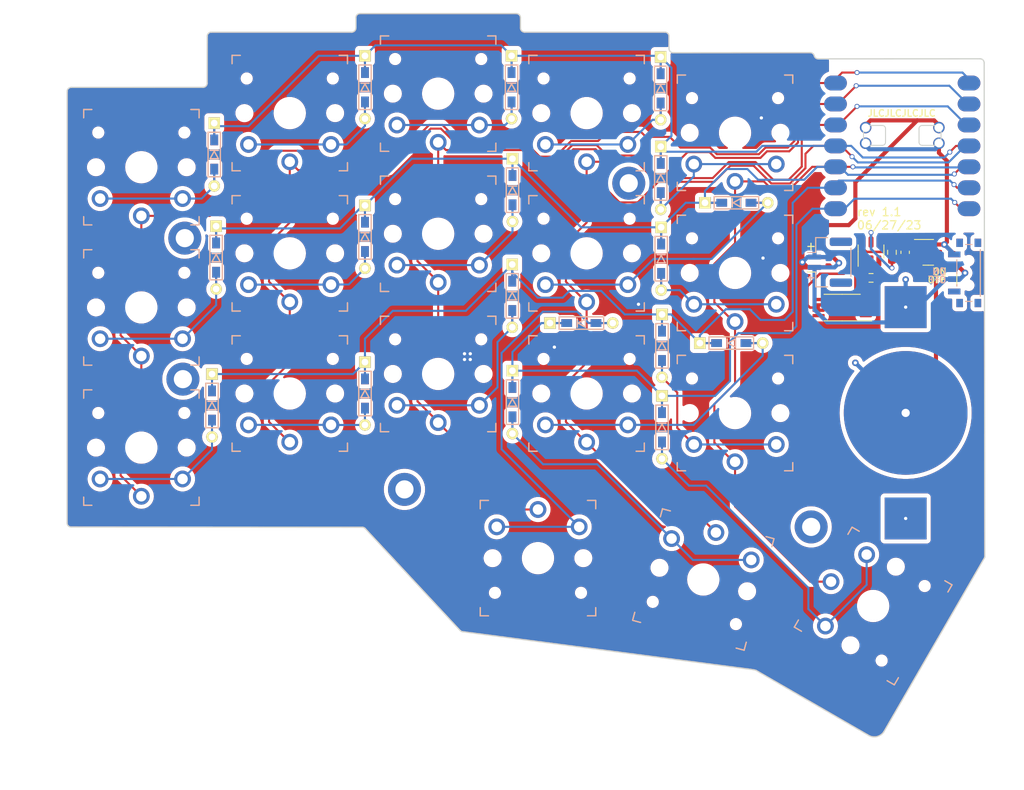
<source format=kicad_pcb>
(kicad_pcb (version 20221018) (generator pcbnew)
  (title_block (title "corne-xiao") (date "2023-06-12") (rev "1.0"))
  (layers (0 "F.Cu" signal) (31 "B.Cu" signal) (34 "B.Paste" user) (35 "F.Paste" user) (36 "B.SilkS" user "B.Silkscreen") (37 "F.SilkS" user "F.Silkscreen") (38 "B.Mask" user) (39 "F.Mask" user) (44 "Edge.Cuts" user))
  (net 0 "")
  (net 1 "row0")
  (net 2 "row1")
  (net 3 "Net-(Q1-D)")
  (net 4 "row2")
  (net 5 "row3")
  (net 6 "BAT+")
  (net 7 "Net-(D2-A)")
  (net 8 "Net-(D3-A)")
  (net 9 "Net-(D4-A)")
  (net 10 "Net-(D5-A)")
  (net 11 "Net-(D6-A)")
  (net 12 "Net-(D8-A)")
  (net 13 "Net-(D9-A)")
  (net 14 "Net-(D10-A)")
  (net 15 "Net-(D11-A)")
  (net 16 "Net-(D12-A)")
  (net 17 "Net-(D14-A)")
  (net 18 "Net-(D15-A)")
  (net 19 "Net-(D16-A)")
  (net 20 "Net-(D17-A)")
  (net 21 "Net-(D18-A)")
  (net 22 "GND")
  (net 23 "Net-(D19-A)")
  (net 24 "Net-(D20-A)")
  (net 25 "col1")
  (net 26 "col2")
  (net 27 "col3")
  (net 28 "col4")
  (net 29 "col5")
  (net 30 "Net-(D21-A)")
  (net 31 "BAT-")
  (net 32 "Net-(U2-VCC)")
  (net 33 "Net-(U2-CS)")
  (net 34 "Net-(U2-OD)")
  (net 35 "Net-(U2-OC)")
  (net 39 "Net-(J1-Pin_2)")
  (footprint "kbd:D3_TH_SMD" (layer "F.Cu") (at 94.75 64.04 -90)
    (fp_text reference "D2" hide)
    (fp_text value "D" hide)
  )
  (footprint "kbd:D3_TH_SMD" (layer "F.Cu") (at 113.03 55.88 -90)
    (fp_text reference "D3" hide)
    (fp_text value "D" hide)
  )
  (footprint "kbd:D3_TH_SMD" (layer "F.Cu") (at 130.81 55.88 -90)
    (fp_text reference "D4" hide)
    (fp_text value "D" hide)
  )
  (footprint "kbd:D3_TH_SMD" (layer "F.Cu") (at 148.89 56.02 -90)
    (fp_text reference "D5" hide)
    (fp_text value "D" hide)
  )
  (footprint "kbd:D3_TH_SMD" (layer "F.Cu") (at 148.9 66.89 -90)
    (fp_text reference "D6" hide)
    (fp_text value "D" hide)
  )
  (footprint "kbd:D3_TH_SMD" (layer "F.Cu") (at 94.98 76.54 -90)
    (fp_text reference "D8" hide)
    (fp_text value "D" hide)
  )
  (footprint "kbd:D3_TH_SMD" (layer "F.Cu") (at 113.03 74.025 -90)
    (fp_text reference "D9" hide)
    (fp_text value "D" hide)
  )
  (footprint "kbd:D3_TH_SMD" (layer "F.Cu") (at 130.92 68.36 -90)
    (fp_text reference "D10" hide)
    (fp_text value "D" hide)
  )
  (footprint "kbd:D3_TH_SMD" (layer "F.Cu") (at 158.07 69.89)
    (fp_text reference "D11" hide)
    (fp_text value "D" hide)
  )
  (footprint "kbd:D3_TH_SMD" (layer "F.Cu") (at 148.95 76.675 -90)
    (fp_text reference "D12" hide)
    (fp_text value "D" hide)
  )
  (footprint "kbd:D3_TH_SMD" (layer "F.Cu") (at 94.48 94.475 -90)
    (fp_text reference "D14" hide)
    (fp_text value "D" hide)
  )
  (footprint "kbd:D3_TH_SMD" (layer "F.Cu") (at 113.03 93.025 -90)
    (fp_text reference "D15" hide)
    (fp_text value "D" hide)
  )
  (footprint "kbd:D3_TH_SMD" (layer "F.Cu") (at 130.89 81.18 -90)
    (fp_text reference "D16" hide)
    (fp_text value "D" hide)
  )
  (footprint "kbd:D3_TH_SMD" (layer "F.Cu") (at 157.45 86.91)
    (fp_text reference "D17" hide)
    (fp_text value "D" hide)
  )
  (footprint "kbd:D3_TH_SMD" (layer "F.Cu") (at 149.05 87.24 -90)
    (fp_text reference "D18" hide)
    (fp_text value "D" hide)
  )
  (footprint "kbd:D3_TH_SMD" (layer "F.Cu") (at 139.27 84.48)
    (fp_text reference "D19" hide)
    (fp_text value "D" hide)
  )
  (footprint "kbd:D3_TH_SMD" (layer "F.Cu") (at 130.91 94.07 -90)
    (fp_text reference "D20" hide)
    (fp_text value "D" hide)
  )
  (footprint "kbd:D3_TH_SMD" (layer "F.Cu") (at 149.05 97.12 -90)
    (fp_text reference "D21" hide)
    (fp_text value "D" hide)
  )
  (footprint "chocs:SW_PG1350_reversible_b2" (layer "F.Cu") (at 85.91 65.58)
    (fp_text reference "SW2" hide)
    (fp_text value "SW_PUSH" hide)
  )
  (footprint "chocs:SW_PG1350_reversible_b2" (layer "F.Cu") (at 103.91 59.02)
    (fp_text reference "SW3" hide)
    (fp_text value "SW_PUSH" hide)
  )
  (footprint "chocs:SW_PG1350_reversible_b2" (layer "F.Cu") (at 121.91 56.66)
    (fp_text reference "SW4" hide)
    (fp_text value "SW_PUSH" hide)
  )
  (footprint "chocs:SW_PG1350_reversible_b2" (layer "F.Cu") (at 139.91 59.02)
    (fp_text reference "SW5" hide)
    (fp_text value "SW_PUSH" hide)
  )
  (footprint "chocs:SW_PG1350_reversible_b2" (layer "F.Cu") (at 157.91 61.4)
    (fp_text reference "SW6" hide)
    (fp_text value "SW_PUSH" hide)
  )
  (footprint "chocs:SW_PG1350_reversible_b2" (layer "F.Cu") (at 85.91 82.58)
    (fp_text reference "SW8" hide)
    (fp_text value "SW_PUSH" hide)
  )
  (footprint "chocs:SW_PG1350_reversible_b2" (layer "F.Cu") (at 103.91 76.02)
    (fp_text reference "SW9" hide)
    (fp_text value "SW_PUSH" hide)
  )
  (footprint "chocs:SW_PG1350_reversible_b2" (layer "F.Cu") (at 121.91 73.65)
    (fp_text reference "SW10" hide)
    (fp_text value "SW_PUSH" hide)
  )
  (footprint "chocs:SW_PG1350_reversible_b2" (layer "F.Cu") (at 139.91 76.02)
    (fp_text reference "SW11" hide)
    (fp_text value "SW_PUSH" hide)
  )
  (footprint "chocs:SW_PG1350_reversible_b2" (layer "F.Cu") (at 157.91 78.4)
    (fp_text reference "SW12" hide)
    (fp_text value "SW_PUSH" hide)
  )
  (footprint "chocs:SW_PG1350_reversible_b2" (layer "F.Cu") (at 85.91 99.585)
    (fp_text reference "SW14" hide)
    (fp_text value "SW_PUSH" hide)
  )
  (footprint "chocs:SW_PG1350_reversible_b2" (layer "F.Cu") (at 103.91 93.025)
    (fp_text reference "SW15" hide)
    (fp_text value "SW_PUSH" hide)
  )
  (footprint "chocs:SW_PG1350_reversible_b2" (layer "F.Cu") (at 121.91 90.65)
    (fp_text reference "SW16" hide)
    (fp_text value "SW_PUSH" hide)
  )
  (footprint "chocs:SW_PG1350_reversible_b2" (layer "F.Cu") (at 139.91 93.025)
    (fp_text reference "SW17" hide)
    (fp_text value "SW_PUSH" hide)
  )
  (footprint "chocs:SW_PG1350_reversible_b2" (layer "F.Cu") (at 157.91 95.4)
    (fp_text reference "SW18" hide)
    (fp_text value "SW_PUSH" hide)
  )
  (footprint "chocs:SW_PG1350_reversible_b2" (layer "F.Cu") (at 134.01 112.99 180)
    (fp_text reference "SW19" hide)
    (fp_text value "SW_PUSH" hide)
  )
  (footprint "chocs:SW_PG1350_reversible_b2" (layer "F.Cu") (at 154.06 115.58 165)
    (fp_text reference "SW20" hide)
    (fp_text value "SW_PUSH" hide)
  )
  (footprint "Kailh:SW_PG1350_15_reversible_b2" (layer "F.Cu") (at 174.66 118.79 -120)
    (fp_text reference "SW21" hide)
    (fp_text value "SW_PUSH" hide)
  )
  (footprint "Package_TO_SOT_SMD:SOT-23" (layer "F.Cu") (at 181.3375 75.9)
    (fp_text reference "Q1" hide)
    (fp_text value "SI2302")
  )
  (footprint "Connector_JST:JST_GH_SM02B-GHS-TB_1x02-1MP_P1.25mm_Horizontal" (layer "F.Cu") (at 169.4 77.1 90)
    (fp_text reference "J1" hide)
    (fp_text value "LiPo")
  )
  (footprint "Button_Switch_SMD:SW_SPDT_PCM12" (layer "F.Cu") (at 185.925 78.4 90)
    (fp_text reference "SW22" hide)
    (fp_text value "SW_SPDT")
  )
  (footprint "" (layer "F.Cu") (at 117.82 104.65)
    (fp_text reference "")
    (fp_text value "")
  )
  (footprint "Package_SO:TSSOP-8_4.4x3mm_P0.65mm" (layer "F.Cu") (at 170.9 82.6 180)
    (fp_text reference "U3" hide)
    (fp_text value "FS8205A")
  )
  (footprint "kbd:LEGO_HOLE" (layer "F.Cu") (at 90.95 91.28)
    (fp_text reference "h2" hide)
    (fp_text value "h2")
  )
  (footprint "" (layer "F.Cu") (at 167.14 109.2)
    (fp_text reference "")
    (fp_text value "")
  )
  (footprint "corne-choc-xiao:xiao-ble-tht-cutout" (layer "F.Cu") (at 187.08 62.992)
    (fp_text reference "U1" hide)
    (fp_text value "xiao-ble" hide)
    (fp_line (start -13.589 -0.7488) (end -13.589 -1.7902) (stroke (width 0.12)) (layer "Edge.Cuts"))
    (fp_line (start -12.9032 -2.476) (end -11.303 -2.476) (stroke (width 0.12)) (layer "Edge.Cuts"))
    (fp_line (start -11.303 -0.063) (end -12.9032 -0.063) (stroke (width 0.12)) (layer "Edge.Cuts"))
    (fp_line (start -10.922 -2.095) (end -10.922 -0.444) (stroke (width 0.12)) (layer "Edge.Cuts"))
    (fp_line (start -6.858 -2.095) (end -6.858 -0.444) (stroke (width 0.12)) (layer "Edge.Cuts"))
    (fp_line (start -6.477 -0.063) (end -4.8768 -0.063) (stroke (width 0.12)) (layer "Edge.Cuts"))
    (fp_line (start -4.8768 -2.476) (end -6.477 -2.476) (stroke (width 0.12)) (layer "Edge.Cuts"))
    (fp_line (start -4.191 -0.7488) (end -4.191 -1.7902) (stroke (width 0.12)) (layer "Edge.Cuts"))
    (fp_arc (start -13.589 -0.7488) (mid -12.985391 -0.666609) (end -12.9032 -0.063) (stroke (width 0.12)) (layer "Edge.Cuts"))
    (fp_arc (start -12.9032 -2.476) (mid -12.985391 -1.872391) (end -13.589 -1.7902) (stroke (width 0.12)) (layer "Edge.Cuts"))
    (fp_arc (start -11.303 -2.476) (mid -11.033592 -2.364408) (end -10.922 -2.095) (stroke (width 0.12)) (layer "Edge.Cuts"))
    (fp_arc (start -10.922 -0.444) (mid -11.033592 -0.174592) (end -11.303 -0.063) (stroke (width 0.12)) (layer "Edge.Cuts"))
    (fp_arc (start -6.858 -2.095) (mid -6.746408 -2.364408) (end -6.477 -2.476) (stroke (width 0.12)) (layer "Edge.Cuts"))
    (fp_arc (start -6.477 -0.063) (mid -6.746408 -0.174592) (end -6.858 -0.444) (stroke (width 0.12)) (layer "Edge.Cuts"))
    (fp_arc (start -4.8768 -0.063) (mid -4.794609 -0.666609) (end -4.191 -0.7488) (stroke (width 0.12)) (layer "Edge.Cuts"))
    (fp_arc (start -4.191 -1.7902) (mid -4.794609 -1.872391) (end -4.8768 -2.476) (stroke (width 0.12)) (layer "Edge.Cuts"))
  )
  (footprint "Capacitor_SMD:C_0603_1608Metric_Pad1.08x0.95mm_HandSolder" (layer "F.Cu") (at 178.5375 75.9 90)
    (fp_text reference "C1" hide)
    (fp_text value "100n")
  )
  (footprint "kbd:LEGO_HOLE" (layer "F.Cu") (at 145.02 67.52)
    (fp_text reference "h2" hide)
    (fp_text value "h2")
  )
  (footprint "Resistor_SMD:R_0603_1608Metric_Pad0.98x0.95mm_HandSolder" (layer "F.Cu") (at 174.4 79)
    (fp_text reference "R2" hide)
    (fp_text value "2.7k")
  )
  (footprint "Package_TO_SOT_SMD:SOT-23-6" (layer "F.Cu") (at 174.4 75.8 90)
    (fp_text reference "U2" hide)
    (fp_text value "DW01")
  )
  (footprint "kbd:LEGO_HOLE" (layer "F.Cu") (at 91.18 74.18)
    (fp_text reference "h2" hide)
    (fp_text value "h2")
  )
  (footprint "3002:BAT_3002" (layer "F.Cu") (at 178.6 95.375 90)
    (fp_text reference "BT1" hide)
    (fp_text value "LIR2032")
  )
  (footprint "Resistor_SMD:R_0603_1608Metric_Pad0.98x0.95mm_HandSolder" (layer "F.Cu") (at 176.9375 75.9 90)
    (fp_text reference "R1" hide)
    (fp_text value "330R")
  )
  (gr_line (start 187.62 52.43) (end 167.999902 52.44002) (stroke (width 0.15)) (layer "Edge.Cuts"))
  (gr_line (start 93.39 55.89) (end 77.41 55.89402) (stroke (width 0.15)) (layer "Edge.Cuts"))
  (gr_arc (start 112.7 109.24) (mid 112.878081 109.272788) (end 113.032807 109.366852) (stroke (width 0.15)) (layer "Edge.Cuts"))
  (gr_arc (start 124.845863 121.904977) (mid 124.696919 121.853443) (end 124.57 121.76) (stroke (width 0.15)) (layer "Edge.Cuts"))
  (gr_line (start 113.032807 109.366852) (end 124.57 121.76) (stroke (width 0.15)) (layer "Edge.Cuts"))
  (gr_arc (start 175.95 134.05) (mid 175.064806 134.640152) (end 174.021988 134.429491) (stroke (width 0.15)) (layer "Edge.Cuts"))
  (gr_arc (start 159.810076 126.474364) (mid 160.140472 126.523169) (end 160.46452 126.60402) (stroke (width 0.15)) (layer "Edge.Cuts"))
  (gr_line (start 175.95 134.05) (end 188.2 112.87) (stroke (width 0.15)) (layer "Edge.Cuts"))
  (gr_line (start 160.46452 126.60402) (end 174.021988 134.429491) (stroke (width 0.15)) (layer "Edge.Cuts"))
  (gr_line (start 124.845863 121.904977) (end 159.810076 126.474364) (stroke (width 0.15)) (layer "Edge.Cuts"))
  (gr_line (start 112.7 109.24) (end 77.4 109.21402) (stroke (width 0.15)) (layer "Edge.Cuts"))
  (gr_arc (start 167.03 51.68) (mid 167.346236 51.792708) (end 167.519902 52.08002) (stroke (width 0.15)) (layer "Edge.Cuts"))
  (gr_arc (start 167.999902 52.44002) (mid 167.699902 52.34002) (end 167.519902 52.08002) (stroke (width 0.15)) (layer "Edge.Cuts"))
  (gr_line (start 167.03 51.68) (end 150.39952 51.69402) (stroke (width 0.15)) (layer "Edge.Cuts"))
  (gr_arc (start 93.89 55.39) (mid 93.743553 55.743553) (end 93.39 55.89) (stroke (width 0.15)) (layer "Edge.Cuts"))
  (gr_arc (start 93.89952 49.69402) (mid 94.045967 49.340467) (end 94.39952 49.19402) (stroke (width 0.15)) (layer "Edge.Cuts"))
  (gr_line (start 131.38952 46.94402) (end 112.42952 46.94402) (stroke (width 0.15)) (layer "Edge.Cuts"))
  (gr_line (start 131.88952 48.69402) (end 131.88952 47.44402) (stroke (width 0.15)) (layer "Edge.Cuts"))
  (gr_line (start 149.39952 49.19402) (end 132.38952 49.19402) (stroke (width 0.15)) (layer "Edge.Cuts"))
  (gr_line (start 149.89952 51.19402) (end 149.89952 49.69402) (stroke (width 0.15)) (layer "Edge.Cuts"))
  (gr_line (start 93.89952 49.69402) (end 93.89 55.39) (stroke (width 0.15)) (layer "Edge.Cuts"))
  (gr_line (start 111.42952 49.19402) (end 94.39952 49.19402) (stroke (width 0.15)) (layer "Edge.Cuts"))
  (gr_line (start 111.92952 47.44402) (end 111.92952 48.69402) (stroke (width 0.15)) (layer "Edge.Cuts"))
  (gr_arc (start 111.92952 48.69402) (mid 111.783073 49.047573) (end 111.42952 49.19402) (stroke (width 0.15)) (layer "Edge.Cuts"))
  (gr_arc (start 111.92952 47.44402) (mid 112.075967 47.090467) (end 112.42952 46.94402) (stroke (width 0.15)) (layer "Edge.Cuts"))
  (gr_arc (start 131.38952 46.94402) (mid 131.743073 47.090467) (end 131.88952 47.44402) (stroke (width 0.15)) (layer "Edge.Cuts"))
  (gr_arc (start 132.38952 49.19402) (mid 132.035967 49.047573) (end 131.88952 48.69402) (stroke (width 0.15)) (layer "Edge.Cuts"))
  (gr_arc (start 149.39952 49.19402) (mid 149.753073 49.340467) (end 149.89952 49.69402) (stroke (width 0.15)) (layer "Edge.Cuts"))
  (gr_arc (start 150.39952 51.69402) (mid 150.045967 51.547573) (end 149.89952 51.19402) (stroke (width 0.15)) (layer "Edge.Cuts"))
  (gr_arc (start 187.62 52.43) (mid 187.973553 52.576447) (end 188.12 52.93) (stroke (width 0.15)) (layer "Edge.Cuts"))
  (gr_arc (start 76.91 56.39402) (mid 77.056447 56.040467) (end 77.41 55.89402) (stroke (width 0.15)) (layer "Edge.Cuts"))
  (gr_arc (start 77.4 109.21402) (mid 77.046447 109.067573) (end 76.9 108.71402) (stroke (width 0.15)) (layer "Edge.Cuts"))
  (gr_line (start 188.12 52.93) (end 188.2 112.87) (stroke (width 0.15)) (layer "Edge.Cuts"))
  (gr_line (start 76.91 56.39402) (end 76.9 108.71402) (stroke (width 0.15)) (layer "Edge.Cuts"))
  (gr_text "ON" (at 183.6 78.7) (layer "B.SilkS") (effects (font (size 0.8 0.8)) (justify left bottom mirror)))
  (gr_text "+" (at 167.8 79.5) (layer "B.SilkS") (effects (font (size 1 1)) (justify left bottom mirror)))
  (gr_text "OFF" (at 183.6 79.7) (layer "B.SilkS") (effects (font (size 0.8 0.8)) (justify left bottom mirror)))
  (gr_text "OFF" (at 181.2 79.7) (layer "F.SilkS") (effects (font (size 0.8 0.8)) (justify left bottom)))
  (gr_text "+" (at 166.4 75.7) (layer "F.SilkS") (effects (font (size 1 1)) (justify left bottom)))
  (gr_text "rev 1.1\n06/27/23\n" (at 172.6 73.2) (layer "F.SilkS") (effects (font (size 1 1)) (justify left bottom)))
  (gr_text "ON" (at 181.8 78.7) (layer "F.SilkS") (effects (font (size 0.8 0.8)) (justify left bottom)))
  (gr_text "JLCJLCJLCJLC" (at 173.9 59.5) (layer "F.SilkS") (effects (font (size 0.8 0.8)) (justify left bottom)))
  (segment (start 148.9 63.08) (end 148.9 65.115) (width 0.25) (layer "F.Cu") (net 1))
  (segment (start 94.75 62.265) (end 94.75 60.23) (width 0.25) (layer "F.Cu") (net 1))
  (segment (start 113.03 54.105) (end 113.03 52.07) (width 0.25) (layer "F.Cu") (net 1))
  (segment (start 186.75196 63) (end 186.75996 62.992) (width 0.25) (layer "F.Cu") (net 1))
  (segment (start 130.81 52.07) (end 130.81 54.105) (width 0.25) (layer "F.Cu") (net 1))
  (segment (start 183.95 63.75) (end 184.7 63) (width 0.25) (layer "F.Cu") (net 1))
  (segment (start 184.7 63) (end 186.75196 63) (width 0.25) (layer "F.Cu") (net 1))
  (segment (start 148.89 52.21) (end 148.89 54.245) (width 0.25) (layer "F.Cu") (net 1))
  (via (at 183.95 63.75) (size 0.6) (drill 0.4) (layers "F.Cu" "B.Cu") (net 1))
  (segment (start 98.9 60.6) (end 107.43 52.07) (width 0.25) (layer "B.Cu") (net 1))
  (segment (start 94.75 60.23) (end 95.12 60.6) (width 0.25) (layer "B.Cu") (net 1))
  (segment (start 183.3 64.4) (end 173.4 64.4) (width 0.25) (layer "B.Cu") (net 1))
  (segment (start 149.52 63.7) (end 160.5 63.7) (width 0.25) (layer "B.Cu") (net 1))
  (segment (start 113.03 54.105) (end 113.03 52.07) (width 0.25) (layer "B.Cu") (net 1))
  (segment (start 148.9 63.08) (end 150.2 61.78) (width 0.25) (layer "B.Cu") (net 1))
  (segment (start 114.3 50.8) (end 129.54 50.8) (width 0.25) (layer "B.Cu") (net 1))
  (segment (start 148.75 52.07) (end 148.89 52.21) (width 0.25) (layer "B.Cu") (net 1))
  (segment (start 150.2 53.52) (end 148.89 52.21) (width 0.25) (layer "B.Cu") (net 1))
  (segment (start 173.4 64.4) (end 171.992 62.992) (width 0.25) (layer "B.Cu") (net 1))
  (segment (start 107.43 52.07) (end 113.03 52.07) (width 0.25) (layer "B.Cu") (net 1))
  (segment (start 160.5 63.7) (end 161.208 62.992) (width 0.25) (layer "B.Cu") (net 1))
  (segment (start 171.992 62.992) (end 169.62004 62.992) (width 0.25) (layer "B.Cu") (net 1))
  (segment (start 130.81 52.07) (end 148.75 52.07) (width 0.25) (layer "B.Cu") (net 1))
  (segment (start 161.208 62.992) (end 169.62004 62.992) (width 0.25) (layer "B.Cu") (net 1))
  (segment (start 95.12 60.6) (end 98.9 60.6) (width 0.25) (layer "B.Cu") (net 1))
  (segment (start 130.81 52.07) (end 130.81 54.105) (width 0.25) (layer "B.Cu") (net 1))
  (segment (start 94.75 60.23) (end 94.75 62.265) (width 0.25) (layer "B.Cu") (net 1))
  (segment (start 148.9 63.08) (end 149.52 63.7) (width 0.25) (layer "B.Cu") (net 1))
  (segment (start 113.03 52.07) (end 114.3 50.8) (width 0.25) (layer "B.Cu") (net 1))
  (segment (start 129.54 50.8) (end 130.81 52.07) (width 0.25) (layer "B.Cu") (net 1))
  (segment (start 183.95 63.75) (end 183.3 64.4) (width 0.25) (layer "B.Cu") (net 1))
  (segment (start 150.2 61.78) (end 150.2 53.52) (width 0.25) (layer "B.Cu") (net 1))
  (segment (start 148.89 54.245) (end 148.89 52.21) (width 0.25) (layer "B.Cu") (net 1))
  (segment (start 148.9 65.115) (end 148.9 63.08) (width 0.25) (layer "B.Cu") (net 1))
  (segment (start 148.95 74.9) (end 148.95 72.865) (width 0.25) (layer "F.Cu") (net 2))
  (segment (start 113.03 70.215) (end 113.03 72.25) (width 0.25) (layer "F.Cu") (net 2))
  (segment (start 94.98 74.765) (end 94.98 72.73) (width 0.25) (layer "F.Cu") (net 2))
  (segment (start 156.295 69.89) (end 154.26 69.89) (width 0.25) (layer "F.Cu") (net 2))
  (segment (start 130.92 64.55) (end 130.92 66.585) (width 0.25) (layer "F.Cu") (net 2))
  (segment (start 184.5 66.4) (end 185.368 65.532) (width 0.25) (layer "F.Cu") (net 2))
  (segment (start 185.368 65.532) (end 186.75996 65.532) (width 0.25) (layer "F.Cu") (net 2))
  (via (at 184.5 66.4) (size 0.6) (drill 0.4) (layers "F.Cu" "B.Cu") (net 2))
  (segment (start 167.868 65.532) (end 169.62004 65.532) (width 0.25) (layer "B.Cu") (net 2))
  (segment (start 94.98 72.73) (end 95.25 73) (width 0.25) (layer "B.Cu") (net 2))
  (segment (start 148.95 74.9) (end 148.95 72.865) (width 0.25) (layer "B.Cu") (net 2))
  (segment (start 171.6 66.5) (end 171.2 66.1) (width 0.25) (layer "B.Cu") (net 2))
  (segment (start 95.25 73) (end 110 73) (width 0.25) (layer "B.Cu") (net 2))
  (segment (start 94.98 72.73) (end 94.98 74.765) (width 0.25) (layer "B.Cu") (net 2))
  (segment (start 130.92 64.55) (end 130.92 66.585) (width 0.25) (layer "B.Cu") (net 2))
  (segment (start 154.26 69.89) (end 154.26 68.44) (width 0.25) (layer "B.Cu") (net 2))
  (segment (start 184.4 66.5) (end 171.6 66.5) (width 0.25) (layer "B.Cu") (net 2))
  (segment (start 110 73) (end 112.785 70.215) (width 0.25) (layer "B.Cu") (net 2))
  (segment (start 139.235 72.865) (end 130.92 64.55) (width 0.25) (layer "B.Cu") (net 2))
  (segment (start 184.5 66.4) (end 184.4 66.5) (width 0.25) (layer "B.Cu") (net 2))
  (segment (start 160.7 67.1) (end 166.3 67.1) (width 0.25) (layer "B.Cu") (net 2))
  (segment (start 159.4 65.8) (end 160.7 67.1) (width 0.25) (layer "B.Cu") (net 2))
  (segment (start 156.9 65.8) (end 159.4 65.8) (width 0.25) (layer "B.Cu") (net 2))
  (segment (start 170.18804 66.1) (end 169.62004 65.532) (width 0.25) (layer "B.Cu") (net 2))
  (segment (start 154.26 69.89) (end 151.925 69.89) (width 0.25) (layer "B.Cu") (net 2))
  (segment (start 118.695 64.55) (end 113.03 70.215) (width 0.25) (layer "B.Cu") (net 2))
  (segment (start 154.26 68.44) (end 156.9 65.8) (width 0.25) (layer "B.Cu") (net 2))
  (segment (start 166.3 67.1) (end 167.868 65.532) (width 0.25) (layer "B.Cu") (net 2))
  (segment (start 113.03 72.25) (end 113.03 70.215) (width 0.25) (layer "B.Cu") (net 2))
  (segment (start 156.295 69.89) (end 154.26 69.89) (width 0.25) (layer "B.Cu") (net 2))
  (segment (start 148.95 72.865) (end 139.235 72.865) (width 0.25) (layer "B.Cu") (net 2))
  (segment (start 130.92 64.55) (end 118.695 64.55) (width 0.25) (layer "B.Cu") (net 2))
  (segment (start 112.785 70.215) (end 113.03 70.215) (width 0.25) (layer "B.Cu") (net 2))
  (segment (start 171.2 66.1) (end 170.18804 66.1) (width 0.25) (layer "B.Cu") (net 2))
  (segment (start 151.925 69.89) (end 148.95 72.865) (width 0.25) (layer "B.Cu") (net 2))
  (segment (start 178.6 95.375) (end 182.275 91.7) (width 0.5) (layer "F.Cu") (net 3))
  (segment (start 182.275 91.7) (end 182.275 75.9) (width 0.5) (layer "F.Cu") (net 3))
  (segment (start 178.6 95.375) (end 182.7 91.275) (width 0.5) (layer "F.Cu") (net 3))
  (via (at 172.5 89.3) (size 0.8) (drill 0.4) (layers "F.Cu" "B.Cu") (net 3))
  (segment (start 178.575 95.375) (end 178.6 95.375) (width 0.5) (layer "B.Cu") (net 3))
  (segment (start 172.5 89.3) (end 178.575 95.375) (width 0.5) (layer "B.Cu") (net 3))
  (segment (start 94.48 90.665) (end 94.48 92.7) (width 0.25) (layer "F.Cu") (net 4))
  (segment (start 155.675 86.91) (end 153.64 86.91) (width 0.25) (layer "F.Cu") (net 4))
  (segment (start 149.05 83.43) (end 149.05 85.465) (width 0.25) (layer "F.Cu") (net 4))
  (segment (start 184.846002 68.072) (end 186.75996 68.072) (width 0.25) (layer "F.Cu") (net 4))
  (segment (start 184.463691 67.689689) (end 184.846002 68.072) (width 0.25) (layer "F.Cu") (net 4))
  (segment (start 113.03 89.215) (end 113.03 91.25) (width 0.25) (layer "F.Cu") (net 4))
  (segment (start 130.89 77.37) (end 130.89 79.405) (width 0.25) (layer "F.Cu") (net 4))
  (via (at 184.463691 67.689689) (size 0.6) (drill 0.4) (layers "F.Cu" "B.Cu") (net 4))
  (segment (start 170.49204 67.2) (end 169.62004 68.072) (width 0.25) (layer "B.Cu") (net 4))
  (segment (start 141.678999 80.578999) (end 144.53 83.43) (width 0.25) (layer "B.Cu") (net 4))
  (segment (start 159.7 82.8) (end 161 84.1) (width 0.25) (layer "B.Cu") (net 4))
  (segment (start 130.89 77.37) (end 130.89 79.405) (width 0.25) (layer "B.Cu") (net 4))
  (segment (start 130.89 77.37) (end 130.89 78.3185) (width 0.25) (layer "B.Cu") (net 4))
  (segment (start 130.89 78.3185) (end 133.9715 81.4) (width 0.25) (layer "B.Cu") (net 4))
  (segment (start 149.05 85.465) (end 149.05 83.43) (width 0.25) (layer "B.Cu") (net 4))
  (segment (start 156.8015 82.8) (end 159.7 82.8) (width 0.25) (layer "B.Cu") (net 4))
  (segment (start 166.728 68.072) (end 169.62004 68.072) (width 0.25) (layer "B.Cu") (net 4))
  (segment (start 113.03 86.37) (end 113.03 89.215) (width 0.25) (layer "B.Cu") (net 4))
  (segment (start 113.03 91.25) (end 113.03 89.215) (width 0.25) (layer "B.Cu") (net 4))
  (segment (start 137.821001 80.578999) (end 141.678999 80.578999) (width 0.25) (layer "B.Cu") (net 4))
  (segment (start 155.675 86.91) (end 153.64 86.91) (width 0.25) (layer "B.Cu") (net 4))
  (segment (start 184.463691 67.689689) (end 183.974002 67.2) (width 0.25) (layer "B.Cu") (net 4))
  (segment (start 94.48 90.665) (end 111.58 90.665) (width 0.25) (layer "B.Cu") (net 4))
  (segment (start 153.64 86.91) (end 153.64 85.9615) (width 0.25) (layer "B.Cu") (net 4))
  (segment (start 133.9715 81.4) (end 137 81.4) (width 0.25) (layer "B.Cu") (net 4))
  (segment (start 130.89 77.37) (end 125.26 83) (width 0.25) (layer "B.Cu") (net 4))
  (segment (start 116.4 83) (end 113.03 86.37) (width 0.25) (layer "B.Cu") (net 4))
  (segment (start 183.974002 67.2) (end 170.49204 67.2) (width 0.25) (layer "B.Cu") (net 4))
  (segment (start 149.05 83.43) (end 150.16 83.43) (width 0.25) (layer "B.Cu") (net 4))
  (segment (start 137 81.4) (end 137.821001 80.578999) (width 0.25) (layer "B.Cu") (net 4))
  (segment (start 144.53 83.43) (end 149.05 83.43) (width 0.25) (layer "B.Cu") (net 4))
  (segment (start 161 84.1) (end 163.9 84.1) (width 0.25) (layer "B.Cu") (net 4))
  (segment (start 164.9 83.1) (end 164.9 69.9) (width 0.25) (layer "B.Cu") (net 4))
  (segment (start 94.48 90.665) (end 94.48 92.7) (width 0.25) (layer "B.Cu") (net 4))
  (segment (start 164.9 69.9) (end 166.728 68.072) (width 0.25) (layer "B.Cu") (net 4))
  (segment (start 163.9 84.1) (end 164.9 83.1) (width 0.25) (layer "B.Cu") (net 4))
  (segment (start 111.58 90.665) (end 113.03 89.215) (width 0.25) (layer "B.Cu") (net 4))
  (segment (start 153.64 85.9615) (end 156.8015 82.8) (width 0.25) (layer "B.Cu") (net 4))
  (segment (start 125.26 83) (end 116.4 83) (width 0.25) (layer "B.Cu") (net 4))
  (segment (start 150.16 83.43) (end 153.64 86.91) (width 0.25) (layer "B.Cu") (net 4))
  (segment (start 135.46 84.48) (end 137.495 84.48) (width 0.25) (layer "F.Cu") (net 5))
  (segment (start 185.312 70.612) (end 186.75996 70.612) (width 0.25) (layer "F.Cu") (net 5))
  (segment (start 149.05 95.345) (end 149.05 93.31) (width 0.25) (layer "F.Cu") (net 5))
  (segment (start 130.91 90.26) (end 130.91 92.295) (width 0.25) (layer "F.Cu") (net 5))
  (segment (start 184.55 69.85) (end 185.312 70.612) (width 0.25) (layer "F.Cu") (net 5))
  (via (at 184.55 69.85) (size 0.6) (drill 0.4) (layers "F.Cu" "B.Cu") (net 5))
  (segment (start 167.288 70.612) (end 169.62004 70.612) (width 0.25) (layer "B.Cu") (net 5))
  (segment (start 134.42 84.48) (end 135.46 84.48) (width 0.25) (layer "B.Cu") (net 5))
  (segment (start 130.91 90.26) (end 130.91 87.99) (width 0.25) (layer "B.Cu") (net 5))
  (segment (start 184.1 69.4) (end 172.4 69.4) (width 0.25) (layer "B.Cu") (net 5))
  (segment (start 146 90.26) (end 149.05 93.31) (width 0.25) (layer "B.Cu") (net 5))
  (segment (start 165.35 72.55) (end 167.288 70.612) (width 0.25) (layer "B.Cu") (net 5))
  (segment (start 149.05 93.31) (end 155.49 93.31) (width 0.25) (layer "B.Cu") (net 5))
  (segment (start 130.91 90.26) (end 146 90.26) (width 0.25) (layer "B.Cu") (net 5))
  (segment (start 157.3 86.7) (end 158.3 85.7) (width 0.25) (layer "B.Cu") (net 5))
  (segment (start 172.4 69.4) (end 171.188 70.612) (width 0.25) (layer "B.Cu") (net 5))
  (segment (start 149.05 95.345) (end 149.05 93.31) (width 0.25) (layer "B.Cu") (net 5))
  (segment (start 157.3 91.5) (end 157.3 86.7) (width 0.25) (layer "B.Cu") (net 5))
  (segment (start 158.3 85.7) (end 164.5 85.7) (width 0.25) (layer "B.Cu") (net 5))
  (segment (start 165.35 84.85) (end 165.35 72.55) (width 0.25) (layer "B.Cu") (net 5))
  (segment (start 164.5 85.7) (end 165.35 84.85) (width 0.25) (layer "B.Cu") (net 5))
  (segment (start 171.188 70.612) (end 169.62004 70.612) (width 0.25) (layer "B.Cu") (net 5))
  (segment (start 184.55 69.85) (end 184.1 69.4) (width 0.25) (layer "B.Cu") (net 5))
  (segment (start 155.49 93.31) (end 157.3 91.5) (width 0.25) (layer "B.Cu") (net 5))
  (segment (start 130.91 92.295) (end 130.91 90.26) (width 0.25) (layer "B.Cu") (net 5))
  (segment (start 137.495 84.48) (end 135.46 84.48) (width 0.25) (layer "B.Cu") (net 5))
  (segment (start 130.91 87.99) (end 134.42 84.48) (width 0.25) (layer "B.Cu") (net 5))
  (segment (start 180.4 74.95) (end 179.5 74.05) (width 0.5) (layer "F.Cu") (net 6))
  (segment (start 183.6 74.645) (end 183.295 74.95) (width 0.5) (layer "F.Cu") (net 6))
  (segment (start 182.635 63.835) (end 183.6 64.8) (width 0.5) (layer "F.Cu") (net 6))
  (segment (start 182.635 62.675) (end 182.635 63.835) (width 0.5) (layer "F.Cu") (net 6))
  (segment (start 184.495 76.15) (end 183.295 74.95) (width 0.5) (layer "F.Cu") (net 6))
  (segment (start 179.5 74.05) (end 177.875 74.05) (width 0.5) (layer "F.Cu") (net 6))
  (segment (start 184.495 76.15) (end 184.495 75.983972) (width 0.5) (layer "F.Cu") (net 6))
  (segment (start 183.295 74.95) (end 180.4 74.95) (width 0.5) (layer "F.Cu") (net 6))
  (segment (start 183.6 64.8) (end 183.6 74.645) (width 0.5) (layer "F.Cu") (net 6))
  (segment (start 177.875 74.05) (end 176.9375 74.9875) (width 0.5) (layer "F.Cu") (net 6))
  (via (at 183.295 74.95) (size 0.8) (drill 0.4) (layers "F.Cu" "B.Cu") (net 6))
  (segment (start 173.745 62.675) (end 173.745 62.962134) (width 0.5) (layer "B.Cu") (net 6))
  (segment (start 182.191819 63.4) (end 182.635 62.956819) (width 0.5) (layer "B.Cu") (net 6))
  (segment (start 173.745 62.962134) (end 174.182866 63.4) (width 0.5) (layer "B.Cu") (net 6))
  (segment (start 174.182866 63.4) (end 182.191819 63.4) (width 0.5) (layer "B.Cu") (net 6))
  (segment (start 182.635 62.956819) (end 182.635 62.675) (width 0.5) (layer "B.Cu") (net 6))
  (segment (start 183.295 74.95) (end 184.495 76.15) (width 0.5) (layer "B.Cu") (net 6))
  (segment (start 94.75 67.85) (end 94.75 65.815) (width 0.25) (layer "F.Cu") (net 7))
  (segment (start 90.91 69.38) (end 93.22 69.38) (width 0.25) (layer "B.Cu") (net 7))
  (segment (start 93.22 69.38) (end 94.75 67.85) (width 0.25) (layer "B.Cu") (net 7))
  (segment (start 80.91 69.38) (end 90.91 69.38) (width 0.25) (layer "B.Cu") (net 7))
  (segment (start 94.75 65.815) (end 94.75 67.85) (width 0.25) (layer "B.Cu") (net 7))
  (segment (start 113.03 59.69) (end 113.03 57.655) (width 0.25) (layer "F.Cu") (net 8))
  (segment (start 113.03 60.57) (end 113.03 59.69) (width 0.25) (layer "B.Cu") (net 8))
  (segment (start 98.91 62.82) (end 108.91 62.82) (width 0.25) (layer "B.Cu") (net 8))
  (segment (start 113.03 59.69) (end 113.03 57.655) (width 0.25) (layer "B.Cu") (net 8))
  (segment (start 110.78 62.82) (end 113.03 60.57) (width 0.25) (layer "B.Cu") (net 8))
  (segment (start 108.91 62.82) (end 110.78 62.82) (width 0.25) (layer "B.Cu") (net 8))
  (segment (start 130.81 57.655) (end 130.81 59.69) (width 0.25) (layer "F.Cu") (net 9))
  (segment (start 130.81 59.69) (end 130.04 60.46) (width 0.25) (layer "B.Cu") (net 9))
  (segment (start 130.04 60.46) (end 126.91 60.46) (width 0.25) (layer "B.Cu") (net 9))
  (segment (start 116.91 60.46) (end 126.91 60.46) (width 0.25) (layer "B.Cu") (net 9))
  (segment (start 130.81 57.655) (end 130.81 59.69) (width 0.25) (layer "B.Cu") (net 9))
  (segment (start 148.89 57.795) (end 148.89 59.83) (width 0.25) (layer "F.Cu") (net 10))
  (segment (start 148.89 59.83) (end 148.89 57.795) (width 0.25) (layer "B.Cu") (net 10))
  (segment (start 148.89 59.83) (end 147.9 59.83) (width 0.25) (layer "B.Cu") (net 10))
  (segment (start 134.91 62.82) (end 144.91 62.82) (width 0.25) (layer "B.Cu") (net 10))
  (segment (start 147.9 59.83) (end 144.91 62.82) (width 0.25) (layer "B.Cu") (net 10))
  (segment (start 152.8 65.31) (end 152.91 65.2) (width 0.25) (layer "F.Cu") (net 11))
  (segment (start 148.9 68.665) (end 148.9 70.7) (width 0.25) (layer "F.Cu") (net 11))
  (segment (start 152.91 65.2) (end 162.91 65.2) (width 0.25) (layer "B.Cu") (net 11))
  (segment (start 152.91 65.2) (end 152.91 66.69) (width 0.25) (layer "B.Cu") (net 11))
  (segment (start 152.91 66.69) (end 148.9 70.7) (width 0.25) (layer "B.Cu") (net 11))
  (segment (start 148.9 70.7) (end 148.9 68.665) (width 0.25) (layer "B.Cu") (net 11))
  (segment (start 94.98 80.35) (end 94.98 78.315) (width 0.25) (layer "F.Cu") (net 12))
  (segment (start 80.91 86.38) (end 90.91 86.38) (width 0.25) (layer "B.Cu") (net 12))
  (segment (start 90.91 86.38) (end 94.98 82.31) (width 0.25) (layer "B.Cu") (net 12))
  (segment (start 94.98 82.31) (end 94.98 80.35) (width 0.25) (layer "B.Cu") (net 12))
  (segment (start 94.98 78.315) (end 94.98 80.35) (width 0.25) (layer "B.Cu") (net 12))
  (segment (start 108.93 79.8) (end 108.91 79.82) (width 0.25) (layer "F.Cu") (net 13))
  (segment (start 113.03 75.8) (end 113.03 77.835) (width 0.25) (layer "F.Cu") (net 13))
  (segment (start 98.91 79.82) (end 108.91 79.82) (width 0.25) (layer "B.Cu") (net 13))
  (segment (start 113.03 77.835) (end 111.065 79.8) (width 0.25) (layer "B.Cu") (net 13))
  (segment (start 111.065 79.8) (end 108.93 79.8) (width 0.25) (layer "B.Cu") (net 13))
  (segment (start 113.03 77.835) (end 113.03 75.8) (width 0.25) (layer "B.Cu") (net 13))
  (segment (start 130.92 70.135) (end 130.92 72.17) (width 0.25) (layer "F.Cu") (net 14))
  (segment (start 130.92 72.17) (end 130.92 73.44) (width 0.25) (layer "B.Cu") (net 14))
  (segment (start 130.92 72.17) (end 130.92 70.135) (width 0.25) (layer "B.Cu") (net 14))
  (segment (start 116.91 77.45) (end 126.91 77.45) (width 0.25) (layer "B.Cu") (net 14))
  (segment (start 130.92 73.44) (end 126.91 77.45) (width 0.25) (layer "B.Cu") (net 14))
  (segment (start 161.88 69.89) (end 159.845 69.89) (width 0.25) (layer "F.Cu") (net 15))
  (segment (start 161.88 69.89) (end 155.07 76.7) (width 0.25) (layer "B.Cu") (net 15))
  (segment (start 144.91 79.82) (end 148.03 76.7) (width 0.25) (layer "B.Cu") (net 15))
  (segment (start 159.845 69.89) (end 161.88 69.89) (width 0.25) (layer "B.Cu") (net 15))
  (segment (start 152.8 76.7) (end 153.035 76.7) (width 0.25) (layer "B.Cu") (net 15))
  (segment (start 155.07 76.7) (end 152.8 76.7) (width 0.25) (layer "B.Cu") (net 15))
  (segment (start 148.03 76.7) (end 152.8 76.7) (width 0.25) (layer "B.Cu") (net 15))
  (segment (start 134.91 79.82) (end 144.91 79.82) (width 0.25) (layer "B.Cu") (net 15))
  (segment (start 148.95 78.45) (end 148.95 80.485) (width 0.25) (layer "F.Cu") (net 16))
  (segment (start 148.95 80.485) (end 151.195 80.485) (width 0.25) (layer "B.Cu") (net 16))
  (segment (start 148.95 80.485) (end 148.95 78.45) (width 0.25) (layer "B.Cu") (net 16))
  (segment (start 152.91 82.2) (end 162.91 82.2) (width 0.25) (layer "B.Cu") (net 16))
  (segment (start 151.195 80.485) (end 152.91 82.2) (width 0.25) (layer "B.Cu") (net 16))
  (segment (start 94.48 96.25) (end 94.48 98.285) (width 0.25) (layer "F.Cu") (net 17))
  (segment (start 94.48 98.285) (end 94.48 99.815) (width 0.25) (layer "B.Cu") (net 17))
  (segment (start 94.48 99.815) (end 90.91 103.385) (width 0.25) (layer "B.Cu") (net 17))
  (segment (start 80.91 103.385) (end 90.91 103.385) (width 0.25) (layer "B.Cu") (net 17))
  (segment (start 94.48 96.25) (end 94.48 98.285) (width 0.25) (layer "B.Cu") (net 17))
  (segment (start 108.92 96.835) (end 108.91 96.825) (width 0.25) (layer "F.Cu") (net 18))
  (segment (start 113.03 94.8) (end 113.03 96.835) (width 0.25) (layer "F.Cu") (net 18))
  (segment (start 98.91 96.825) (end 108.91 96.825) (width 0.25) (layer "B.Cu") (net 18))
  (segment (start 113.03 96.835) (end 113.03 94.8) (width 0.25) (layer "B.Cu") (net 18))
  (segment (start 113.03 96.835) (end 108.92 96.835) (width 0.25) (layer "B.Cu") (net 18))
  (segment (start 130.89 82.955) (end 130.89 84.99) (width 0.25) (layer "F.Cu") (net 19))
  (segment (start 116.91 94.45) (end 126.91 94.45) (width 0.25) (layer "B.Cu") (net 19))
  (segment (start 129.1 92.26) (end 126.91 94.45) (width 0.25) (layer "B.Cu") (net 19))
  (segment (start 130.89 84.99) (end 129.1 86.78) (width 0.25) (layer "B.Cu") (net 19))
  (segment (start 129.1 86.78) (end 129.1 92.26) (width 0.25) (layer "B.Cu") (net 19))
  (segment (start 130.89 84.99) (end 130.89 82.955) (width 0.25) (layer "B.Cu") (net 19))
  (segment (start 159.225 86.91) (end 161.26 86.91) (width 0.25) (layer "F.Cu") (net 20))
  (segment (start 134.91 96.825) (end 144.91 96.825) (width 0.25) (layer "B.Cu") (net 20))
  (segment (start 144.91 96.825) (end 152.875 96.825) (width 0.25) (layer "B.Cu") (net 20))
  (segment (start 161.26 88.44) (end 161.26 86.91) (width 0.25) (layer "B.Cu") (net 20))
  (segment (start 152.875 96.825) (end 161.26 88.44) (width 0.25) (layer "B.Cu") (net 20))
  (segment (start 161.26 86.91) (end 159.225 86.91) (width 0.25) (layer "B.Cu") (net 20))
  (segment (start 150.9 92.9) (end 150.9 97.19) (width 0.25) (layer "F.Cu") (net 21))
  (segment (start 149.05 91.05) (end 149.05 89.015) (width 0.25) (layer "F.Cu") (net 21))
  (segment (start 149.05 91.05) (end 150.9 92.9) (width 0.25) (layer "F.Cu") (net 21))
  (segment (start 150.9 97.19) (end 152.91 99.2) (width 0.25) (layer "F.Cu") (net 21))
  (segment (start 149.05 91.05) (end 149.05 89.015) (width 0.25) (layer "B.Cu") (net 21))
  (segment (start 152.91 99.2) (end 162.91 99.2) (width 0.25) (layer "B.Cu") (net 21))
  (segment (start 175.3125 79) (end 175.3125 81.9875) (width 0.3) (layer "F.Cu") (net 22))
  (segment (start 175.3125 81.9875) (end 174.7 82.6) (width 0.3) (layer "F.Cu") (net 22))
  (segment (start 172.5 67.4) (end 172.5 71.8) (width 0.5) (layer "F.Cu") (net 22))
  (segment (start 173.745 60.488181) (end 174.333181 59.9) (width 0.5) (layer "F.Cu") (net 22))
  (segment (start 182.635 60.488181) (end 182.635 60.77) (width 0.5) (layer "F.Cu") (net 22))
  (segment (start 172.5 71.8) (end 171.7 72.6) (width 0.5) (layer "F.Cu") (net 22))
  (segment (start 180 59.9) (end 182.046819 59.9) (width 0.5) (layer "F.Cu") (net 22))
  (segment (start 167.7 72.6) (end 166.0745 74.2255) (width 0.5) (layer "F.Cu") (net 22))
  (segment (start 171.7 72.6) (end 167.7 72.6) (width 0.5) (layer "F.Cu") (net 22))
  (segment (start 166.707048 77.725) (end 167.55 77.725) (width 0.5) (layer "F.Cu") (net 22))
  (segment (start 166.0745 74.2255) (end 166.0745 77.092452) (width 0.5) (layer "F.Cu") (net 22))
  (segment (start 174.7 82.6) (end 173.7625 82.6) (width 0.3) (layer "F.Cu") (net 22))
  (segment (start 173.7625 82.275) (end 173.7625 82.925) (width 0.3) (layer "F.Cu") (net 22))
  (segment (start 180 59.9) (end 172.5 67.4) (width 0.5) (layer "F.Cu") (net 22))
  (segment (start 166.0745 77.092452) (end 166.707048 77.725) (width 0.5) (layer "F.Cu") (net 22))
  (segment (start 174.333181 59.9) (end 180 59.9) (width 0.5) (layer "F.Cu") (net 22))
  (segment (start 182.046819 59.9) (end 182.635 60.488181) (width 0.5) (layer "F.Cu") (net 22))
  (segment (start 173.745 60.77) (end 173.745 60.488181) (width 0.5) (layer "F.Cu") (net 22))
  (via (at 125.8 88.9) (size 0.6) (drill 0.4) (layers "F.Cu" "B.Cu") (net 22))
  (via (at 161.1 59.6) (size 0.6) (drill 0.4) (layers "F.Cu" "B.Cu") (net 22))
  (via (at 125.1 88.2) (size 0.6) (drill 0.4) (layers "F.Cu" "B.Cu") (net 22))
  (via (at 125.8 88.2) (size 0.6) (drill 0.4) (layers "F.Cu" "B.Cu") (net 22))
  (via (at 146.2 82.2) (size 0.6) (drill 0.4) (layers "F.Cu" "B.Cu") (net 22))
  (via (at 136 87.4) (size 0.6) (drill 0.4) (layers "F.Cu" "B.Cu") (net 22))
  (via (at 161.3 76.6) (size 0.6) (drill 0.4) (layers "F.Cu" "B.Cu") (net 22))
  (via (at 166.0745 77.092452) (size 0.8) (drill 0.4) (layers "F.Cu" "B.Cu") (net 22))
  (via (at 125.1 88.9) (size 0.6) (drill 0.4) (layers "F.Cu" "B.Cu") (net 22))
  (segment (start 166.0745 77.092452) (end 166.691952 76.475) (width 0.5) (layer "B.Cu") (net 22))
  (segment (start 166.691952 76.475) (end 167.55 76.475) (width 0.5) (layer "B.Cu") (net 22))
  (segment (start 141.045 84.48) (end 143.08 84.48) (width 0.25) (layer "F.Cu") (net 23))
  (segment (start 129.01 109.19) (end 139.01 109.19) (width 0.25) (layer "B.Cu") (net 23))
  (segment (start 129.6 88.1) (end 129.6 99.78) (width 0.25) (layer "B.Cu") (net 23))
  (segment (start 134.6 83.1) (end 129.6 88.1) (width 0.25) (layer "B.Cu") (net 23))
  (segment (start 138.765 83.1) (end 134.6 83.1) (width 0.25) (layer "B.Cu") (net 23))
  (segment (start 140.145 84.48) (end 138.765 83.1) (width 0.25) (layer "B.Cu") (net 23))
  (segment (start 129.6 99.78) (end 139.01 109.19) (width 0.25) (layer "B.Cu") (net 23))
  (segment (start 143.08 84.48) (end 141.045 84.48) (width 0.25) (layer "B.Cu") (net 23))
  (segment (start 141.045 84.48) (end 140.145 84.48) (width 0.25) (layer "B.Cu") (net 23))
  (segment (start 130.91 95.845) (end 130.91 97.88) (width 0.25) (layer "F.Cu") (net 24))
  (segment (start 134.63 101.6) (end 141.198496 101.6) (width 0.25) (layer "B.Cu") (net 24))
  (segment (start 152.802073 113.203577) (end 159.873142 113.203577) (width 0.25) (layer "B.Cu") (net 24))
  (segment (start 150.213883 110.615387) (end 152.802073 113.203577) (width 0.25) (layer "B.Cu") (net 24))
  (segment (start 130.91 97.88) (end 134.63 101.6) (width 0.25) (layer "B.Cu") (net 24))
  (segment (start 141.198496 101.6) (end 150.213883 110.615387) (width 0.25) (layer "B.Cu") (net 24))
  (segment (start 130.91 97.88) (end 130.91 95.845) (width 0.25) (layer "B.Cu") (net 24))
  (segment (start 83.4 102.97) (end 85.91 105.48) (width 0.25) (layer "F.Cu") (net 25))
  (segment (start 85.91 95.79) (end 83.4 98.3) (width 0.25) (layer "F.Cu") (net 25))
  (segment (start 83.4 98.3) (end 83.4 102.97) (width 0.25) (layer "F.Cu") (net 25))
  (segment (start 85.91 88.48) (end 85.91 95.79) (width 0.25) (layer "F.Cu") (net 25))
  (segment (start 83.4 85.97) (end 85.91 88.48) (width 0.25) (layer "F.Cu") (net 25))
  (segment (start 85.91 78.79) (end 83.4 81.3) (width 0.25) (layer "F.Cu") (net 25))
  (segment (start 83.4 81.3) (end 83.4 85.97) (width 0.25) (layer "F.Cu") (net 25))
  (segment (start 85.91 71.48) (end 85.91 78.79) (width 0.25) (layer "F.Cu") (net 25))
  (segment (start 165.1 56.7) (end 166.428 55.372) (width 0.25) (layer "F.Cu") (net 25))
  (segment (start 151.284833 63.2) (end 154.9 63.2) (width 0.25) (layer "F.Cu") (net 25))
  (segment (start 138.027179 62.4) (end 141.3 62.4) (width 0.25) (layer "F.Cu") (net 25))
  (segment (start 85.91 71.48) (end 94.22 71.48) (width 0.25) (layer "F.Cu") (net 25))
  (segment (start 141.3 62.4) (end 142.4 61.3) (width 0.25) (layer "F.Cu") (net 25))
  (segment (start 169.628 55.372) (end 169.62004 55.372) (width 0.25) (layer "F.Cu") (net 25))
  (segment (start 124.571093 62.6) (end 132.52722 62.6) (width 0.25) (layer "F.Cu") (net 25))
  (segment (start 166.428 55.372) (end 169.62004 55.372) (width 0.25) (layer "F.Cu") (net 25))
  (segment (start 104.878999 63.578999) (end 106.7 65.4) (width 0.25) (layer "F.Cu") (net 25))
  (segment (start 94.22 71.48) (end 102.121001 63.578999) (width 0.25) (layer "F.Cu") (net 25))
  (segment (start 172.7 54.1) (end 170.9 54.1) (width 0.25) (layer "F.Cu") (net 25))
  (segment (start 147.1 61.9) (end 149.984833 61.9) (width 0.25) (layer "F.Cu") (net 25))
  (segment (start 170.9 54.1) (end 169.628 55.372) (width 0.25) (layer "F.Cu") (net 25))
  (segment (start 155.7 64) (end 160.8 64) (width 0.25) (layer "F.Cu") (net 25))
  (segment (start 165.1 62.400001) (end 165.1 56.7) (width 0.25) (layer "F.Cu") (net 25))
  (segment (start 146.5 61.3) (end 147.1 61.9) (width 0.25) (layer "F.Cu") (net 25))
  (segment (start 134.227198 64.299978) (end 136.127201 64.299978) (width 0.25) (layer "F.Cu") (net 25))
  (segment (start 122.421083 60.44999) (end 124.571093 62.6) (width 0.25) (layer "F.Cu") (net 25))
  (segment (start 142.4 61.3) (end 146.5 61.3) (width 0.25) (layer "F.Cu") (net 25))
  (segment (start 154.9 63.2) (end 155.7 64) (width 0.25) (layer "F.Cu") (net 25))
  (segment (start 149.984833 61.9) (end 151.284833 63.2) (width 0.25) (layer "F.Cu") (net 25))
  (segment (start 132.52722 62.6) (end 134.227198 64.299978) (width 0.25) (layer "F.Cu") (net 25))
  (segment (start 161.6 63.2) (end 164.300001 63.2) (width 0.25) (layer "F.Cu") (net 25))
  (segment (start 106.7 65.4) (end 115.86359 65.4) (width 0.25) (layer "F.Cu") (net 25))
  (segment (start 115.86359 65.4) (end 120.8136 60.44999) (width 0.25) (layer "F.Cu") (net 25))
  (segment (start 120.8136 60.44999) (end 122.421083 60.44999) (width 0.25) (layer "F.Cu") (net 25))
  (segment (start 160.8 64) (end 161.6 63.2) (width 0.25) (layer "F.Cu") (net 25))
  (segment (start 102.121001 63.578999) (end 104.878999 63.578999) (width 0.25) (layer "F.Cu") (net 25))
  (segment (start 136.127201 64.299978) (end 138.027179 62.4) (width 0.25) (layer "F.Cu") (net 25))
  (segment (start 164.300001 63.2) (end 165.1 62.400001) (width 0.25) (layer "F.Cu") (net 25))
  (via (at 172.7 54.1) (size 0.6) (drill 0.4) (layers "F.Cu" "B.Cu") (net 25))
  (segment (start 185.48796 54.1) (end 186.75996 55.372) (width 0.25) (layer "B.Cu") (net 25))
  (segment (start 172.7 54.1) (end 185.48796 54.1) (width 0.25) (layer "B.Cu") (net 25))
  (segment (start 103.91 64.98) (end 103.91 72.29) (width 0.25) (layer "F.Cu") (net 26))
  (segment (start 103.91 72.29) (end 101.4 74.8) (width 0.25) (layer "F.Cu") (net 26))
  (segment (start 101.4 79.47) (end 103.91 81.98) (width 0.25) (layer "F.Cu") (net 26))
  (segment (start 101.4 74.8) (end 101.4 79.47) (width 0.25) (layer "F.Cu") (net 26))
  (segment (start 101.4 91.8) (end 101.4 96.47) (width 0.25) (layer "F.Cu") (net 26))
  (segment (start 101.4 96.47) (end 103.91 98.98) (width 0.25) (layer "F.Cu") (net 26))
  (segment (start 103.91 89.29) (end 101.4 91.8) (width 0.25) (layer "F.Cu") (net 26))
  (segment (start 103.91 81.98) (end 103.91 89.29) (width 0.25) (layer "F.Cu") (net 26))
  (segment (start 166.788 57.912) (end 169.62004 57.912) (width 0.25) (layer "F.Cu") (net 26))
  (segment (start 160.9864 64.450011) (end 161.786411 63.65) (width 0.25) (layer "F.Cu") (net 26))
  (segment (start 141.13641 62.9) (end 142.397411 64.161001) (width 0.25) (layer "F.Cu") (net 26))
  (segment (start 142.397411 64.161001) (end 145.351001 64.161001) (width 0.25) (layer "F.Cu") (net 26))
  (segment (start 115.964002 65.935999) (end 121 60.900001) (width 0.25) (layer "F.Cu") (net 26))
  (segment (start 170.388 57.912) (end 172.6 55.7) (width 0.25) (layer "F.Cu") (net 26))
  (segment (start 145.351001 64.161001) (end 145.369991 64.179991) (width 0.25) (layer "F.Cu") (net 26))
  (segment (start 148.14001 66.44999) (end 149.45001 66.44999) (width 0.25) (layer "F.Cu") (net 26))
  (segment (start 145.870011 64.179991) (end 148.14001 66.44999) (width 0.25) (layer "F.Cu") (net 26))
  (segment (start 165.55 59.15) (end 166.788 57.912) (width 0.25) (layer "F.Cu") (net 26))
  (segment (start 154.8136 63.750011) (end 155.5136 64.450011) (width 0.25) (layer "F.Cu") (net 26))
  (segment (start 164.486397 63.65) (end 165.55 62.586397) (width 0.25) (layer "F.Cu") (net 26))
  (segment (start 122.234683 60.900001) (end 124.384693 63.050011) (width 0.25) (layer "F.Cu") (net 26))
  (segment (start 121 60.900001) (end 122.234683 60.900001) (width 0.25) (layer "F.Cu") (net 26))
  (segment (start 165.55 62.586397) (end 165.55 59.15) (width 0.25) (layer "F.Cu") (net 26))
  (segment (start 161.786411 63.65) (end 164.486397 63.65) (width 0.25) (layer "F.Cu") (net 26))
  (segment (start 155.5136 64.450011) (end 160.9864 64.450011) (width 0.25) (layer "F.Cu") (net 26))
  (segment (start 138.16359 62.9) (end 141.13641 62.9) (width 0.25) (layer "F.Cu") (net 26))
  (segment (start 145.369991 64.179991) (end 145.870011 64.179991) (width 0.25) (layer "F.Cu") (net 26))
  (segment (start 104.925999 65.935999) (end 115.964002 65.935999) (width 0.25) (layer "F.Cu") (net 26))
  (segment (start 132.34082 63.050011) (end 134.040798 64.749989) (width 0.25) (layer "F.Cu") (net 26))
  (segment (start 169.62004 57.912) (end 170.388 57.912) (width 0.25) (layer "F.Cu") (net 26))
  (segment (start 136.313601 64.749989) (end 138.16359 62.9) (width 0.25) (layer "F.Cu") (net 26))
  (segment (start 103.91 64.92) (end 104.925999 65.935999) (width 0.25) (layer "F.Cu") (net 26))
  (segment (start 124.384693 63.050011) (end 132.34082 63.050011) (width 0.25) (layer "F.Cu") (net 26))
  (segment (start 152.149989 63.750011) (end 154.8136 63.750011) (width 0.25) (layer "F.Cu") (net 26))
  (segment (start 134.040798 64.749989) (end 136.313601 64.749989) (width 0.25) (layer "F.Cu") (net 26))
  (segment (start 149.45001 66.44999) (end 152.149989 63.750011) (width 0.25) (layer "F.Cu") (net 26))
  (via (at 172.6 55.7) (size 0.6) (drill 0.4) (layers "F.Cu" "B.Cu") (net 26))
  (segment (start 172.6 55.7) (end 183.9 55.7) (width 0.25) (layer "B.Cu") (net 26))
  (segment (start 183.9 55.7) (end 186.112 57.912) (width 0.25) (layer "B.Cu") (net 26))
  (segment (start 186.112 57.912) (end 186.75996 57.912) (width 0.25) (layer "B.Cu") (net 26))
  (segment (start 119.4 93.97) (end 121.91 96.48) (width 0.25) (layer "F.Cu") (net 27))
  (segment (start 119.4 89.3) (end 119.4 93.97) (width 0.25) (layer "F.Cu") (net 27))
  (segment (start 121.91 79.48) (end 121.91 86.79) (width 0.25) (layer "F.Cu") (net 27))
  (segment (start 121.91 86.79) (end 119.4 89.3) (width 0.25) (layer "F.Cu") (net 27))
  (segment (start 119.4 76.97) (end 121.91 79.48) (width 0.25) (layer "F.Cu") (net 27))
  (segment (start 121.91 62.48) (end 121.91 69.79) (width 0.25) (layer "F.Cu") (net 27))
  (segment (start 121.91 69.79) (end 119.4 72.3) (width 0.25) (layer "F.Cu") (net 27))
  (segment (start 119.4 72.3) (end 119.4 76.97) (width 0.25) (layer "F.Cu") (net 27))
  (segment (start 162.5 67.1) (end 164.4 67.1) (width 0.25) (layer "F.Cu") (net 27))
  (segment (start 166 61.4) (end 166.948 60.452) (width 0.25) (layer "F.Cu") (net 27))
  (segment (start 138.3 63.4) (end 140.999999 63.4) (width 0.25) (layer "F.Cu") (net 27))
  (segment (start 140.999999 63.4) (end 142.229999 64.630001) (width 0.25) (layer "F.Cu") (net 27))
  (segment (start 122.850022 63.500022) (end 132.15442 63.500022) (width 0.25) (layer "F.Cu") (net 27))
  (segment (start 166 65.5) (end 166 61.4) (width 0.25) (layer "F.Cu") (net 27))
  (segment (start 132.45 107.09) (end 121.91 96.55) (width 0.25) (layer "F.Cu") (net 27))
  (segment (start 142.229999 64.630001) (end 145.683611 64.630001) (width 0.25) (layer "F.Cu") (net 27))
  (segment (start 155.2 66.9) (end 157.15001 64.949989) (width 0.25) (layer "F.Cu") (net 27))
  (segment (start 164.4 67.1) (end 166 65.5) (width 0.25) (layer "F.Cu") (net 27))
  (segment (start 169.62004 60.452) (end 170.448 60.452) (width 0.25) (layer "F.Cu") (net 27))
  (segment (start 132.15442 63.500022) (end 133.854398 65.2) (width 0.25) (layer "F.Cu") (net 27))
  (segment (start 133.854398 65.2) (end 136.5 65.2) (width 0.25) (layer "F.Cu") (net 27))
  (segment (start 147.95361 66.9) (end 155.2 66.9) (width 0.25) (layer "F.Cu") (net 27))
  (segment (start 134.01 107.09) (end 132.45 107.09) (width 0.25) (layer "F.Cu") (net 27))
  (segment (start 170.448 60.452) (end 172.7 58.2) (width 0.25) (layer "F.Cu") (net 27))
  (segment (start 166.948 60.452) (end 169.62004 60.452) (width 0.25) (layer "F.Cu") (net 27))
  (segment (start 145.683611 64.630001) (end 147.95361 66.9) (width 0.25) (layer "F.Cu") (net 27))
  (segment (start 157.15001 64.949989) (end 160.3864 64.949989) (width 0.25) (layer "F.Cu") (net 27))
  (segment (start 136.5 65.2) (end 138.3 63.4) (width 0.25) (layer "F.Cu") (net 27))
  (segment (start 160.3864 64.949989) (end 162.5 67.063589) (width 0.25) (layer "F.Cu") (net 27))
  (segment (start 121.91 62.56) (end 122.850022 63.500022) (width 0.25) (layer "F.Cu") (net 27))
  (segment (start 162.5 67.063589) (end 162.5 67.1) (width 0.25) (layer "F.Cu") (net 27))
  (via (at 172.7 58.2) (size 0.6) (drill 0.4) (layers "F.Cu" "B.Cu") (net 27))
  (segment (start 183.7 58.2) (end 185.952 60.452) (width 0.25) (layer "B.Cu") (net 27))
  (segment (start 172.7 58.2) (end 183.7 58.2) (width 0.25) (layer "B.Cu") (net 27))
  (segment (start 185.952 60.452) (end 186.75996 60.452) (width 0.25) (layer "B.Cu") (net 27))
  (segment (start 137.4 74.8) (end 137.4 79.47) (width 0.25) (layer "F.Cu") (net 28))
  (segment (start 139.91 72.29) (end 137.4 74.8) (width 0.25) (layer "F.Cu") (net 28))
  (segment (start 139.91 64.98) (end 139.91 72.29) (width 0.25) (layer "F.Cu") (net 28))
  (segment (start 137.4 79.47) (end 139.91 81.98) (width 0.25) (layer "F.Cu") (net 28))
  (segment (start 139.91 89.29) (end 137.4 91.8) (width 0.25) (layer "F.Cu") (net 28))
  (segment (start 137.4 96.47) (end 139.91 98.98) (width 0.25) (layer "F.Cu") (net 28))
  (segment (start 139.91 81.98) (end 139.91 89.29) (width 0.25) (layer "F.Cu") (net 28))
  (segment (start 137.4 91.8) (end 137.4 96.47) (width 0.25) (layer "F.Cu") (net 28))
  (segment (start 160.2 65.436396) (end 162.313604 67.55) (width 0.25) (layer "F.Cu") (net 28))
  (segment (start 166.45 63.95) (end 167.408 62.992) (width 0.25) (layer "F.Cu") (net 28))
  (segment (start 166.45 65.686396) (end 166.45 63.95) (width 0.25) (layer "F.Cu") (net 28))
  (segment (start 162.313604 67.55) (end 164.586396 67.55) (width 0.25) (layer "F.Cu") (net 28))
  (segment (start 148.599989 67.350011) (end 155.3864 67.350011) (width 0.25) (layer "F.Cu") (net 28))
  (segment (start 167.408 62.992) (end 169.62004 62.992) (width 0.25) (layer "F.Cu") (net 28))
  (segment (start 157.336411 65.4) (end 160.2 65.4) (width 0.25) (layer "F.Cu") (net 28))
  (segment (start 139.91 64.92) (end 141.72 64.92) (width 0.25) (layer "F.Cu") (net 28))
  (segment (start 141.72 64.92) (end 142.03 65.23) (width 0.25) (layer "F.Cu") (net 28))
  (segment (start 160.2 65.4) (end 160.2 65.436396) (width 0.25) (layer "F.Cu") (net 28))
  (segment (start 154.120994 108.415) (end 155.587032 109.881038) (width 0.25) (layer "F.Cu") (net 28))
  (segment (start 142.03 65.23) (end 142.03 67.971002) (width 0.25) (layer "F.Cu") (net 28))
  (segment (start 149.4 108.415) (end 154.120994 108.415) (width 0.25) (layer "F.Cu") (net 28))
  (segment (start 142.03 67.971002) (end 143.903999 69.845001) (width 0.25) (layer "F.Cu") (net 28))
  (segment (start 155.3864 67.350011) (end 157.336411 65.4) (width 0.25) (layer "F.Cu") (net 28))
  (segment (start 172.1 64.3) (end 170.792 62.992) (width 0.25) (layer "F.Cu") (net 28))
  (segment (start 139.91 98.925) (end 149.4 108.415) (width 0.25) (layer "F.Cu") (net 28))
  (segment (start 143.903999 69.845001) (end 146.104999 69.845001) (width 0.25) (layer "F.Cu") (net 28))
  (segment (start 146.104999 69.845001) (end 148.599989 67.350011) (width 0.25) (layer "F.Cu") (net 28))
  (segment (start 170.792 62.992) (end 169.62004 62.992) (width 0.25) (layer "F.Cu") (net 28))
  (segment (start 164.586396 67.55) (end 166.45 65.686396) (width 0.25) (layer "F.Cu") (net 28))
  (via (at 172.1 64.3) (size 0.6) (drill 0.4) (layers "F.Cu" "B.Cu") (net 28))
  (segment (start 183.8 65) (end 185.808 62.992) (width 0.25) (layer "B.Cu") (net 28))
  (segment (start 172.1 64.3) (end 172.8 65) (width 0.25) (layer "B.Cu") (net 28))
  (segment (start 185.808 62.992) (end 186.75996 62.992) (width 0.25) (layer "B.Cu") (net 28))
  (segment (start 172.8 65) (end 183.8 65) (width 0.25) (layer "B.Cu") (net 28))
  (segment (start 155.4 98.97) (end 157.91 101.48) (width 0.25) (layer "F.Cu") (net 29))
  (segment (start 157.91 84.48) (end 157.91 91.79) (width 0.25) (layer "F.Cu") (net 29))
  (segment (start 157.91 91.79) (end 155.4 94.3) (width 0.25) (layer "F.Cu") (net 29))
  (segment (start 155.4 94.3) (end 155.4 98.97) (width 0.25) (layer "F.Cu") (net 29))
  (segment (start 157.91 67.48) (end 157.91 74.79) (width 0.25) (layer "F.Cu") (net 29))
  (segment (start 157.91 74.79) (end 155.4 77.3) (width 0.25) (layer "F.Cu") (net 29))
  (segment (start 155.4 81.97) (end 157.91 84.48) (width 0.25) (layer "F.Cu") (net 29))
  (segment (start 155.4 77.3) (end 155.4 81.97) (width 0.25) (layer "F.Cu") (net 29))
  (segment (start 162.1 68) (end 164.8 68) (width 0.25) (layer "F.Cu") (net 29))
  (segment (start 172.2 65.532) (end 169.62004 65.532) (width 0.25) (layer "F.Cu") (net 29))
  (segment (start 167.268 65.532) (end 169.62004 65.532) (width 0.25) (layer "F.Cu") (net 29))
  (segment (start 164.8 68) (end 167.268 65.532) (width 0.25) (layer "F.Cu") (net 29))
  (segment (start 157.91 106.71) (end 167.04 115.84) (width 0.25) (layer "F.Cu") (net 29))
  (segment (start 161.4 67.3) (end 162.1 68) (width 0.25) (layer "F.Cu") (net 29))
  (segment (start 157.91 67.3) (end 161.4 67.3) (width 0.25) (layer "F.Cu") (net 29))
  (segment (start 157.91 101.3) (end 157.91 106.71) (width 0.25) (layer "F.Cu") (net 29))
  (segment (start 167.04 115.84) (end 169.55045 115.84) (width 0.25) (layer "F.Cu") (net 29))
  (via (at 172.2 65.532) (size 0.6) (drill 0.4) (layers "F.Cu" "B.Cu") (net 29))
  (segment (start 172.268 65.6) (end 186.69196 65.6) (width 0.25) (layer "B.Cu") (net 29))
  (segment (start 172.2 65.532) (end 172.268 65.6) (width 0.25) (layer "B.Cu") (net 29))
  (segment (start 186.69196 65.6) (end 186.75996 65.532) (width 0.25) (layer "B.Cu") (net 29))
  (segment (start 149.05 98.895) (end 149.05 100.93) (width 0.25) (layer "F.Cu") (net 30))
  (segment (start 173.869103 112.559873) (end 173.869103 116.220127) (width 0.25) (layer "B.Cu") (net 30))
  (segment (start 149.05 100.93) (end 149.05 98.895) (width 0.25) (layer "B.Cu") (net 30))
  (segment (start 154.4 104.2) (end 166.8 116.6) (width 0.25) (layer "B.Cu") (net 30))
  (segment (start 166.8 119.151024) (end 168.869103 121.220127) (width 0.25) (layer "B.Cu") (net 30))
  (segment (start 152.32 104.2) (end 154.4 104.2) (width 0.25) (layer "B.Cu") (net 30))
  (segment (start 149.05 100.93) (end 152.32 104.2) (width 0.25) (layer "B.Cu") (net 30))
  (segment (start 166.8 116.6) (end 166.8 119.151024) (width 0.25) (layer "B.Cu") (net 30))
  (segment (start 173.869103 116.220127) (end 168.869103 121.220127) (width 0.25) (layer "B.Cu") (net 30))
  (segment (start 168.2 78.5) (end 166.7 80) (width 0.3) (layer "F.Cu") (net 31))
  (segment (start 166.7 80) (end 166.7 82.3) (width 0.3) (layer "F.Cu") (net 31))
  (segment (start 177.724911 75.850089) (end 178.5375 75.0375) (width 0.3) (layer "F.Cu") (net 31))
  (segment (start 173.45 74.6625) (end 173.45 75.45) (width 0.3) (layer "F.Cu") (net 31))
  (segment (start 173.850089 75.850089) (end 177.724911 75.850089) (width 0.3) (layer "F.Cu") (net 31))
  (segment (start 178.5375 75.0375) (end 178.5375 75.2125) (width 0.5) (layer "F.Cu") (net 31))
  (segment (start 168.0375 82.6) (end 168.0375 82.925) (width 0.3) (layer "F.Cu") (net 31))
  (segment (start 173.45 74.6625) (end 172.4 75.7125) (width 0.3) (layer "F.Cu") (net 31))
  (segment (start 180.4 76.85) (end 180.4 76.8) (width 0.5) (layer "F.Cu") (net 31))
  (segment (start 172.4 77.2) (end 171.1 78.5) (width 0.3) (layer "F.Cu") (net 31))
  (segment (start 167 82.6) (end 168.0375 82.6) (width 0.3) (layer "F.Cu") (net 31))
  (segment (start 180.4 76.8) (end 178.6375 75.0375) (width 0.5) (layer "F.Cu") (net 31))
  (segment (start 166.7 82.3) (end 167 82.6) (width 0.3) (layer "F.Cu") (net 31))
  (segment (start 172.4 75.7125) (end 172.4 77.2) (width 0.3) (layer "F.Cu") (net 31))
  (segment (start 171.1 78.5) (end 168.2 78.5) (width 0.3) (layer "F.Cu") (net 31))
  (segment (start 173.45 75.45) (end 173.850089 75.850089) (width 0.3) (layer "F.Cu") (net 31))
  (segment (start 168.0375 82.275) (end 168.0375 82.6) (width 0.3) (layer "F.Cu") (net 31))
  (segment (start 178.6375 75.0375) (end 178.5375 75.0375) (width 0.5) (layer "F.Cu") (net 31))
  (segment (start 178.5375 76.7625) (end 176.9875 76.7625) (width 0.5) (layer "F.Cu") (net 32))
  (segment (start 176.9875 76.7625) (end 176.9375 76.8125) (width 0.5) (layer "F.Cu") (net 32))
  (segment (start 174.4 73.5) (end 174.4 74.6625) (width 0.3) (layer "F.Cu") (net 32))
  (segment (start 178.625 76.85) (end 178.5375 76.7625) (width 0.5) (layer "F.Cu") (net 32))
  (segment (start 176.9375 77.8) (end 176.9375 76.8125) (width 0.3) (layer "F.Cu") (net 32))
  (via (at 174.4 73.5) (size 0.6) (drill 0.4) (layers "F.Cu" "B.Cu") (net 32))
  (via (at 176.9375 77.8) (size 0.6) (drill 0.4) (layers "F.Cu" "B.Cu") (net 32))
  (segment (start 174.4 75.5) (end 174.4 73.5) (width 0.3) (layer "B.Cu") (net 32))
  (segment (start 176.9375 77.8) (end 176.7 77.8) (width 0.3) (layer "B.Cu") (net 32))
  (segment (start 176.7 77.8) (end 174.4 75.5) (width 0.3) (layer "B.Cu") (net 32))
  (segment (start 173.4875 78.5125) (end 174.4 77.6) (width 0.3) (layer "F.Cu") (net 33))
  (segment (start 173.4875 79) (end 173.4875 78.5125) (width 0.3) (layer "F.Cu") (net 33))
  (segment (start 174.4 77.6) (end 174.4 76.9375) (width 0.3) (layer "F.Cu") (net 33))
  (segment (start 172.5 77.8875) (end 173.45 76.9375) (width 0.3) (layer "F.Cu") (net 34))
  (segment (start 171.875 81.625) (end 172.5 81) (width 0.3) (layer "F.Cu") (net 34))
  (segment (start 172.5 81) (end 172.5 77.8875) (width 0.3) (layer "F.Cu") (net 34))
  (segment (start 168.0375 81.625) (end 171.875 81.625) (width 0.3) (layer "F.Cu") (net 34))
  (segment (start 175.35 77.64415) (end 174.325 78.66915) (width 0.3) (layer "F.Cu") (net 35))
  (segment (start 174.325 78.66915) (end 174.325 81.0625) (width 0.3) (layer "F.Cu") (net 35))
  (segment (start 175.35 76.9375) (end 175.35 77.64415) (width 0.3) (layer "F.Cu") (net 35))
  (segment (start 174.325 81.0625) (end 173.7625 81.625) (width 0.3) (layer "F.Cu") (net 35))
  (segment (start 170.5 77.2) (end 169.775 76.475) (width 0.5) (layer "F.Cu") (net 39))
  (segment (start 185.05 77.65) (end 185.8 78.4) (width 0.5) (layer "F.Cu") (net 39))
  (segment (start 169.775 76.475) (end 167.55 76.475) (width 0.5) (layer "F.Cu") (net 39))
  (segment (start 184.495 77.65) (end 185.05 77.65) (width 0.5) (layer "F.Cu") (net 39))
  (via (at 170.5 77.2) (size 0.8) (drill 0.4) (layers "F.Cu" "B.Cu") (net 39))
  (via (at 185.8 78.4) (size 0.8) (drill 0.4) (layers "F.Cu" "B.Cu") (net 39))
  (via (at 178.6 79.2) (size 0.8) (drill 0.4) (layers "F.Cu" "B.Cu") (net 39))
  (segment (start 170.5 77.2) (end 169.975 77.725) (width 0.5) (layer "B.Cu") (net 39))
  (segment (start 178.6 79.2) (end 178.6 82.55) (width 0.5) (layer "B.Cu") (net 39))
  (segment (start 176.75 84.4) (end 178.6 82.55) (width 0.5) (layer "B.Cu") (net 39))
  (segment (start 180.05 82.55) (end 178.6 82.55) (width 0.5) (layer "B.Cu") (net 39))
  (segment (start 185.8 78.4) (end 185.8 78.550641) (width 0.5) (layer "B.Cu") (net 39))
  (segment (start 185.200641 79.15) (end 184.495 79.15) (width 0.5) (layer "B.Cu") (net 39))
  (segment (start 169.975 77.725) (end 167.55 77.725) (width 0.5) (layer "B.Cu") (net 39))
  (segment (start 167.55 82.85) (end 169.1 84.4) (width 0.5) (layer "B.Cu") (net 39))
  (segment (start 183.45 79.15) (end 180.05 82.55) (width 0.5) (layer "B.Cu") (net 39))
  (segment (start 185.8 78.550641) (end 185.200641 79.15) (width 0.5) (layer "B.Cu") (net 39))
  (segment (start 167.55 77.725) (end 167.55 82.85) (width 0.5) (layer "B.Cu") (net 39))
  (segment (start 184.495 79.15) (end 183.45 79.15) (width 0.5) (layer "B.Cu") (net 39))
  (segment (start 169.1 84.4) (end 176.75 84.4) (width 0.5) (layer "B.Cu") (net 39))
  (zone (net 22) (net_name "GND") (layer "F.Cu") (connect_pads (clearance 0.508)) (min_thickness 0.254) (fill yes (thermal_gap 0.508) (thermal_bridge_width 0.508))
    (polygon (pts (xy 190.57 140.300931) (xy 68.77 140.800931) (xy 68.77 45.800931) (xy 190.57 45.300931)))
  )
  (zone (net 0) (net_name "") (layers "F&B.Cu") (connect_pads (clearance 0)) (min_thickness 0.25)
    (keepout (tracks allowed) (vias allowed) (pads allowed) (copperpour not_allowed) (footprints allowed))
    (fill (thermal_gap 0.5) (thermal_bridge_width 0.5))
    (polygon (pts (xy 169.3 52.4) (xy 188.2 52.4) (xy 188.2 73.5) (xy 169.3 73.6)))
  )
  (zone (net 22) (net_name "GND") (layer "B.Cu") (connect_pads (clearance 0.508)) (min_thickness 0.254) (fill yes (thermal_gap 0.508) (thermal_bridge_width 0.508))
    (polygon (pts (xy 190.22 140.68651) (xy 69.22 141.08651) (xy 69.22 46.08651) (xy 190.22 45.68651)))
  )
)
</source>
